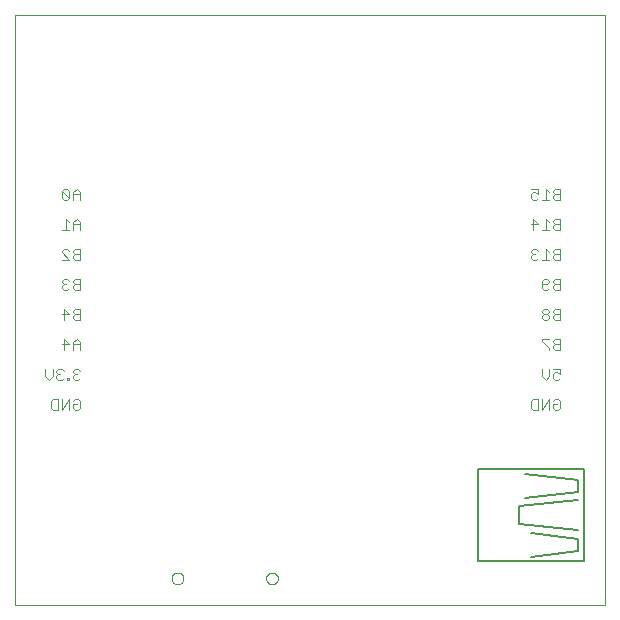
<source format=gbo>
G75*
%MOIN*%
%OFA0B0*%
%FSLAX25Y25*%
%IPPOS*%
%LPD*%
%AMOC8*
5,1,8,0,0,1.08239X$1,22.5*
%
%ADD10C,0.00000*%
%ADD11C,0.00300*%
%ADD12C,0.00500*%
D10*
X0001800Y0001800D02*
X0001800Y0198650D01*
X0198650Y0198650D01*
X0198650Y0001800D01*
X0001800Y0001800D01*
X0054083Y0010737D02*
X0054085Y0010825D01*
X0054091Y0010913D01*
X0054101Y0011001D01*
X0054115Y0011089D01*
X0054132Y0011175D01*
X0054154Y0011261D01*
X0054179Y0011345D01*
X0054209Y0011429D01*
X0054241Y0011511D01*
X0054278Y0011591D01*
X0054318Y0011670D01*
X0054362Y0011747D01*
X0054409Y0011822D01*
X0054459Y0011894D01*
X0054513Y0011965D01*
X0054569Y0012032D01*
X0054629Y0012098D01*
X0054691Y0012160D01*
X0054757Y0012220D01*
X0054824Y0012276D01*
X0054895Y0012330D01*
X0054967Y0012380D01*
X0055042Y0012427D01*
X0055119Y0012471D01*
X0055198Y0012511D01*
X0055278Y0012548D01*
X0055360Y0012580D01*
X0055444Y0012610D01*
X0055528Y0012635D01*
X0055614Y0012657D01*
X0055700Y0012674D01*
X0055788Y0012688D01*
X0055876Y0012698D01*
X0055964Y0012704D01*
X0056052Y0012706D01*
X0056140Y0012704D01*
X0056228Y0012698D01*
X0056316Y0012688D01*
X0056404Y0012674D01*
X0056490Y0012657D01*
X0056576Y0012635D01*
X0056660Y0012610D01*
X0056744Y0012580D01*
X0056826Y0012548D01*
X0056906Y0012511D01*
X0056985Y0012471D01*
X0057062Y0012427D01*
X0057137Y0012380D01*
X0057209Y0012330D01*
X0057280Y0012276D01*
X0057347Y0012220D01*
X0057413Y0012160D01*
X0057475Y0012098D01*
X0057535Y0012032D01*
X0057591Y0011965D01*
X0057645Y0011894D01*
X0057695Y0011822D01*
X0057742Y0011747D01*
X0057786Y0011670D01*
X0057826Y0011591D01*
X0057863Y0011511D01*
X0057895Y0011429D01*
X0057925Y0011345D01*
X0057950Y0011261D01*
X0057972Y0011175D01*
X0057989Y0011089D01*
X0058003Y0011001D01*
X0058013Y0010913D01*
X0058019Y0010825D01*
X0058021Y0010737D01*
X0058019Y0010649D01*
X0058013Y0010561D01*
X0058003Y0010473D01*
X0057989Y0010385D01*
X0057972Y0010299D01*
X0057950Y0010213D01*
X0057925Y0010129D01*
X0057895Y0010045D01*
X0057863Y0009963D01*
X0057826Y0009883D01*
X0057786Y0009804D01*
X0057742Y0009727D01*
X0057695Y0009652D01*
X0057645Y0009580D01*
X0057591Y0009509D01*
X0057535Y0009442D01*
X0057475Y0009376D01*
X0057413Y0009314D01*
X0057347Y0009254D01*
X0057280Y0009198D01*
X0057209Y0009144D01*
X0057137Y0009094D01*
X0057062Y0009047D01*
X0056985Y0009003D01*
X0056906Y0008963D01*
X0056826Y0008926D01*
X0056744Y0008894D01*
X0056660Y0008864D01*
X0056576Y0008839D01*
X0056490Y0008817D01*
X0056404Y0008800D01*
X0056316Y0008786D01*
X0056228Y0008776D01*
X0056140Y0008770D01*
X0056052Y0008768D01*
X0055964Y0008770D01*
X0055876Y0008776D01*
X0055788Y0008786D01*
X0055700Y0008800D01*
X0055614Y0008817D01*
X0055528Y0008839D01*
X0055444Y0008864D01*
X0055360Y0008894D01*
X0055278Y0008926D01*
X0055198Y0008963D01*
X0055119Y0009003D01*
X0055042Y0009047D01*
X0054967Y0009094D01*
X0054895Y0009144D01*
X0054824Y0009198D01*
X0054757Y0009254D01*
X0054691Y0009314D01*
X0054629Y0009376D01*
X0054569Y0009442D01*
X0054513Y0009509D01*
X0054459Y0009580D01*
X0054409Y0009652D01*
X0054362Y0009727D01*
X0054318Y0009804D01*
X0054278Y0009883D01*
X0054241Y0009963D01*
X0054209Y0010045D01*
X0054179Y0010129D01*
X0054154Y0010213D01*
X0054132Y0010299D01*
X0054115Y0010385D01*
X0054101Y0010473D01*
X0054091Y0010561D01*
X0054085Y0010649D01*
X0054083Y0010737D01*
X0085579Y0010737D02*
X0085581Y0010825D01*
X0085587Y0010913D01*
X0085597Y0011001D01*
X0085611Y0011089D01*
X0085628Y0011175D01*
X0085650Y0011261D01*
X0085675Y0011345D01*
X0085705Y0011429D01*
X0085737Y0011511D01*
X0085774Y0011591D01*
X0085814Y0011670D01*
X0085858Y0011747D01*
X0085905Y0011822D01*
X0085955Y0011894D01*
X0086009Y0011965D01*
X0086065Y0012032D01*
X0086125Y0012098D01*
X0086187Y0012160D01*
X0086253Y0012220D01*
X0086320Y0012276D01*
X0086391Y0012330D01*
X0086463Y0012380D01*
X0086538Y0012427D01*
X0086615Y0012471D01*
X0086694Y0012511D01*
X0086774Y0012548D01*
X0086856Y0012580D01*
X0086940Y0012610D01*
X0087024Y0012635D01*
X0087110Y0012657D01*
X0087196Y0012674D01*
X0087284Y0012688D01*
X0087372Y0012698D01*
X0087460Y0012704D01*
X0087548Y0012706D01*
X0087636Y0012704D01*
X0087724Y0012698D01*
X0087812Y0012688D01*
X0087900Y0012674D01*
X0087986Y0012657D01*
X0088072Y0012635D01*
X0088156Y0012610D01*
X0088240Y0012580D01*
X0088322Y0012548D01*
X0088402Y0012511D01*
X0088481Y0012471D01*
X0088558Y0012427D01*
X0088633Y0012380D01*
X0088705Y0012330D01*
X0088776Y0012276D01*
X0088843Y0012220D01*
X0088909Y0012160D01*
X0088971Y0012098D01*
X0089031Y0012032D01*
X0089087Y0011965D01*
X0089141Y0011894D01*
X0089191Y0011822D01*
X0089238Y0011747D01*
X0089282Y0011670D01*
X0089322Y0011591D01*
X0089359Y0011511D01*
X0089391Y0011429D01*
X0089421Y0011345D01*
X0089446Y0011261D01*
X0089468Y0011175D01*
X0089485Y0011089D01*
X0089499Y0011001D01*
X0089509Y0010913D01*
X0089515Y0010825D01*
X0089517Y0010737D01*
X0089515Y0010649D01*
X0089509Y0010561D01*
X0089499Y0010473D01*
X0089485Y0010385D01*
X0089468Y0010299D01*
X0089446Y0010213D01*
X0089421Y0010129D01*
X0089391Y0010045D01*
X0089359Y0009963D01*
X0089322Y0009883D01*
X0089282Y0009804D01*
X0089238Y0009727D01*
X0089191Y0009652D01*
X0089141Y0009580D01*
X0089087Y0009509D01*
X0089031Y0009442D01*
X0088971Y0009376D01*
X0088909Y0009314D01*
X0088843Y0009254D01*
X0088776Y0009198D01*
X0088705Y0009144D01*
X0088633Y0009094D01*
X0088558Y0009047D01*
X0088481Y0009003D01*
X0088402Y0008963D01*
X0088322Y0008926D01*
X0088240Y0008894D01*
X0088156Y0008864D01*
X0088072Y0008839D01*
X0087986Y0008817D01*
X0087900Y0008800D01*
X0087812Y0008786D01*
X0087724Y0008776D01*
X0087636Y0008770D01*
X0087548Y0008768D01*
X0087460Y0008770D01*
X0087372Y0008776D01*
X0087284Y0008786D01*
X0087196Y0008800D01*
X0087110Y0008817D01*
X0087024Y0008839D01*
X0086940Y0008864D01*
X0086856Y0008894D01*
X0086774Y0008926D01*
X0086694Y0008963D01*
X0086615Y0009003D01*
X0086538Y0009047D01*
X0086463Y0009094D01*
X0086391Y0009144D01*
X0086320Y0009198D01*
X0086253Y0009254D01*
X0086187Y0009314D01*
X0086125Y0009376D01*
X0086065Y0009442D01*
X0086009Y0009509D01*
X0085955Y0009580D01*
X0085905Y0009652D01*
X0085858Y0009727D01*
X0085814Y0009804D01*
X0085774Y0009883D01*
X0085737Y0009963D01*
X0085705Y0010045D01*
X0085675Y0010129D01*
X0085650Y0010213D01*
X0085628Y0010299D01*
X0085611Y0010385D01*
X0085597Y0010473D01*
X0085587Y0010561D01*
X0085581Y0010649D01*
X0085579Y0010737D01*
D11*
X0023650Y0067567D02*
X0023033Y0066950D01*
X0021798Y0066950D01*
X0021181Y0067567D01*
X0021181Y0068802D01*
X0022416Y0068802D01*
X0023650Y0070036D02*
X0023650Y0067567D01*
X0023650Y0070036D02*
X0023033Y0070653D01*
X0021798Y0070653D01*
X0021181Y0070036D01*
X0019967Y0070653D02*
X0017498Y0066950D01*
X0017498Y0070653D01*
X0016284Y0070653D02*
X0014432Y0070653D01*
X0013815Y0070036D01*
X0013815Y0067567D01*
X0014432Y0066950D01*
X0016284Y0066950D01*
X0016284Y0070653D01*
X0019967Y0070653D02*
X0019967Y0066950D01*
X0019967Y0076950D02*
X0019350Y0076950D01*
X0019350Y0077567D01*
X0019967Y0077567D01*
X0019967Y0076950D01*
X0021181Y0077567D02*
X0021798Y0076950D01*
X0023033Y0076950D01*
X0023650Y0077567D01*
X0022416Y0078802D02*
X0021798Y0078802D01*
X0021181Y0078184D01*
X0021181Y0077567D01*
X0021798Y0078802D02*
X0021181Y0079419D01*
X0021181Y0080036D01*
X0021798Y0080653D01*
X0023033Y0080653D01*
X0023650Y0080036D01*
X0018125Y0080036D02*
X0017508Y0080653D01*
X0016274Y0080653D01*
X0015657Y0080036D01*
X0015657Y0079419D01*
X0016274Y0078802D01*
X0015657Y0078184D01*
X0015657Y0077567D01*
X0016274Y0076950D01*
X0017508Y0076950D01*
X0018125Y0077567D01*
X0016891Y0078802D02*
X0016274Y0078802D01*
X0014442Y0078184D02*
X0013208Y0076950D01*
X0011973Y0078184D01*
X0011973Y0080653D01*
X0014442Y0080653D02*
X0014442Y0078184D01*
X0018115Y0086950D02*
X0018115Y0090653D01*
X0019967Y0088802D01*
X0017498Y0088802D01*
X0021181Y0088802D02*
X0023650Y0088802D01*
X0023650Y0089419D02*
X0022416Y0090653D01*
X0021181Y0089419D01*
X0021181Y0086950D01*
X0023650Y0086950D02*
X0023650Y0089419D01*
X0023650Y0096950D02*
X0021798Y0096950D01*
X0021181Y0097567D01*
X0021181Y0098184D01*
X0021798Y0098802D01*
X0023650Y0098802D01*
X0023650Y0100653D02*
X0021798Y0100653D01*
X0021181Y0100036D01*
X0021181Y0099419D01*
X0021798Y0098802D01*
X0019967Y0098802D02*
X0017498Y0098802D01*
X0018115Y0100653D02*
X0018115Y0096950D01*
X0019967Y0098802D02*
X0018115Y0100653D01*
X0023650Y0100653D02*
X0023650Y0096950D01*
X0023650Y0106950D02*
X0021798Y0106950D01*
X0021181Y0107567D01*
X0021181Y0108184D01*
X0021798Y0108802D01*
X0023650Y0108802D01*
X0023650Y0110653D02*
X0021798Y0110653D01*
X0021181Y0110036D01*
X0021181Y0109419D01*
X0021798Y0108802D01*
X0019967Y0110036D02*
X0019350Y0110653D01*
X0018115Y0110653D01*
X0017498Y0110036D01*
X0017498Y0109419D01*
X0018115Y0108802D01*
X0017498Y0108184D01*
X0017498Y0107567D01*
X0018115Y0106950D01*
X0019350Y0106950D01*
X0019967Y0107567D01*
X0018732Y0108802D02*
X0018115Y0108802D01*
X0023650Y0106950D02*
X0023650Y0110653D01*
X0023650Y0116950D02*
X0021798Y0116950D01*
X0021181Y0117567D01*
X0021181Y0118184D01*
X0021798Y0118802D01*
X0023650Y0118802D01*
X0023650Y0120653D02*
X0021798Y0120653D01*
X0021181Y0120036D01*
X0021181Y0119419D01*
X0021798Y0118802D01*
X0019967Y0120036D02*
X0019350Y0120653D01*
X0018115Y0120653D01*
X0017498Y0120036D01*
X0017498Y0119419D01*
X0019967Y0116950D01*
X0017498Y0116950D01*
X0023650Y0116950D02*
X0023650Y0120653D01*
X0023650Y0126950D02*
X0023650Y0129419D01*
X0022416Y0130653D01*
X0021181Y0129419D01*
X0021181Y0126950D01*
X0019967Y0126950D02*
X0017498Y0126950D01*
X0018732Y0126950D02*
X0018732Y0130653D01*
X0019967Y0129419D01*
X0021181Y0128802D02*
X0023650Y0128802D01*
X0023650Y0136950D02*
X0023650Y0139419D01*
X0022416Y0140653D01*
X0021181Y0139419D01*
X0021181Y0136950D01*
X0019967Y0137567D02*
X0019967Y0140036D01*
X0019350Y0140653D01*
X0018115Y0140653D01*
X0017498Y0140036D01*
X0019967Y0137567D01*
X0019350Y0136950D01*
X0018115Y0136950D01*
X0017498Y0137567D01*
X0017498Y0140036D01*
X0021181Y0138802D02*
X0023650Y0138802D01*
X0173815Y0138802D02*
X0173815Y0137567D01*
X0174432Y0136950D01*
X0175667Y0136950D01*
X0176284Y0137567D01*
X0176284Y0138802D02*
X0175049Y0139419D01*
X0174432Y0139419D01*
X0173815Y0138802D01*
X0173815Y0140653D02*
X0176284Y0140653D01*
X0176284Y0138802D01*
X0177498Y0136950D02*
X0179967Y0136950D01*
X0178732Y0136950D02*
X0178732Y0140653D01*
X0179967Y0139419D01*
X0181181Y0139419D02*
X0181798Y0138802D01*
X0183650Y0138802D01*
X0183650Y0140653D02*
X0181798Y0140653D01*
X0181181Y0140036D01*
X0181181Y0139419D01*
X0181798Y0138802D02*
X0181181Y0138184D01*
X0181181Y0137567D01*
X0181798Y0136950D01*
X0183650Y0136950D01*
X0183650Y0140653D01*
X0183650Y0130653D02*
X0181798Y0130653D01*
X0181181Y0130036D01*
X0181181Y0129419D01*
X0181798Y0128802D01*
X0183650Y0128802D01*
X0183650Y0130653D02*
X0183650Y0126950D01*
X0181798Y0126950D01*
X0181181Y0127567D01*
X0181181Y0128184D01*
X0181798Y0128802D01*
X0179967Y0129419D02*
X0178732Y0130653D01*
X0178732Y0126950D01*
X0177498Y0126950D02*
X0179967Y0126950D01*
X0176284Y0128802D02*
X0173815Y0128802D01*
X0174432Y0130653D02*
X0174432Y0126950D01*
X0176284Y0128802D02*
X0174432Y0130653D01*
X0174432Y0120653D02*
X0173815Y0120036D01*
X0173815Y0119419D01*
X0174432Y0118802D01*
X0173815Y0118184D01*
X0173815Y0117567D01*
X0174432Y0116950D01*
X0175667Y0116950D01*
X0176284Y0117567D01*
X0177498Y0116950D02*
X0179967Y0116950D01*
X0178732Y0116950D02*
X0178732Y0120653D01*
X0179967Y0119419D01*
X0181181Y0119419D02*
X0181798Y0118802D01*
X0183650Y0118802D01*
X0183650Y0120653D02*
X0181798Y0120653D01*
X0181181Y0120036D01*
X0181181Y0119419D01*
X0181798Y0118802D02*
X0181181Y0118184D01*
X0181181Y0117567D01*
X0181798Y0116950D01*
X0183650Y0116950D01*
X0183650Y0120653D01*
X0176284Y0120036D02*
X0175667Y0120653D01*
X0174432Y0120653D01*
X0174432Y0118802D02*
X0175049Y0118802D01*
X0178115Y0110653D02*
X0179350Y0110653D01*
X0179967Y0110036D01*
X0179967Y0109419D01*
X0179350Y0108802D01*
X0177498Y0108802D01*
X0177498Y0110036D02*
X0177498Y0107567D01*
X0178115Y0106950D01*
X0179350Y0106950D01*
X0179967Y0107567D01*
X0181181Y0107567D02*
X0181798Y0106950D01*
X0183650Y0106950D01*
X0183650Y0110653D01*
X0181798Y0110653D01*
X0181181Y0110036D01*
X0181181Y0109419D01*
X0181798Y0108802D01*
X0183650Y0108802D01*
X0181798Y0108802D02*
X0181181Y0108184D01*
X0181181Y0107567D01*
X0178115Y0110653D02*
X0177498Y0110036D01*
X0178115Y0100653D02*
X0177498Y0100036D01*
X0177498Y0099419D01*
X0178115Y0098802D01*
X0179350Y0098802D01*
X0179967Y0099419D01*
X0179967Y0100036D01*
X0179350Y0100653D01*
X0178115Y0100653D01*
X0178115Y0098802D02*
X0177498Y0098184D01*
X0177498Y0097567D01*
X0178115Y0096950D01*
X0179350Y0096950D01*
X0179967Y0097567D01*
X0179967Y0098184D01*
X0179350Y0098802D01*
X0181181Y0099419D02*
X0181798Y0098802D01*
X0183650Y0098802D01*
X0183650Y0100653D02*
X0181798Y0100653D01*
X0181181Y0100036D01*
X0181181Y0099419D01*
X0181798Y0098802D02*
X0181181Y0098184D01*
X0181181Y0097567D01*
X0181798Y0096950D01*
X0183650Y0096950D01*
X0183650Y0100653D01*
X0183650Y0090653D02*
X0181798Y0090653D01*
X0181181Y0090036D01*
X0181181Y0089419D01*
X0181798Y0088802D01*
X0183650Y0088802D01*
X0183650Y0090653D02*
X0183650Y0086950D01*
X0181798Y0086950D01*
X0181181Y0087567D01*
X0181181Y0088184D01*
X0181798Y0088802D01*
X0179967Y0087567D02*
X0179967Y0086950D01*
X0179967Y0087567D02*
X0177498Y0090036D01*
X0177498Y0090653D01*
X0179967Y0090653D01*
X0179967Y0080653D02*
X0179967Y0078184D01*
X0178732Y0076950D01*
X0177498Y0078184D01*
X0177498Y0080653D01*
X0181181Y0080653D02*
X0183650Y0080653D01*
X0183650Y0078802D01*
X0182416Y0079419D01*
X0181798Y0079419D01*
X0181181Y0078802D01*
X0181181Y0077567D01*
X0181798Y0076950D01*
X0183033Y0076950D01*
X0183650Y0077567D01*
X0183033Y0070653D02*
X0183650Y0070036D01*
X0183650Y0067567D01*
X0183033Y0066950D01*
X0181798Y0066950D01*
X0181181Y0067567D01*
X0181181Y0068802D01*
X0182416Y0068802D01*
X0181181Y0070036D02*
X0181798Y0070653D01*
X0183033Y0070653D01*
X0179967Y0070653D02*
X0177498Y0066950D01*
X0177498Y0070653D01*
X0176284Y0070653D02*
X0174432Y0070653D01*
X0173815Y0070036D01*
X0173815Y0067567D01*
X0174432Y0066950D01*
X0176284Y0066950D01*
X0176284Y0070653D01*
X0179967Y0070653D02*
X0179967Y0066950D01*
D12*
X0191564Y0047154D02*
X0156131Y0047154D01*
X0156131Y0016446D01*
X0191564Y0016446D01*
X0191564Y0047154D01*
X0189595Y0043611D02*
X0189595Y0039674D01*
X0171879Y0037706D01*
X0169910Y0034753D02*
X0189595Y0036721D01*
X0189595Y0043611D02*
X0171879Y0045580D01*
X0169910Y0034753D02*
X0169910Y0028847D01*
X0189595Y0026879D01*
X0189595Y0023926D02*
X0173847Y0025894D01*
X0173847Y0018020D02*
X0189595Y0019989D01*
X0189595Y0023926D01*
M02*

</source>
